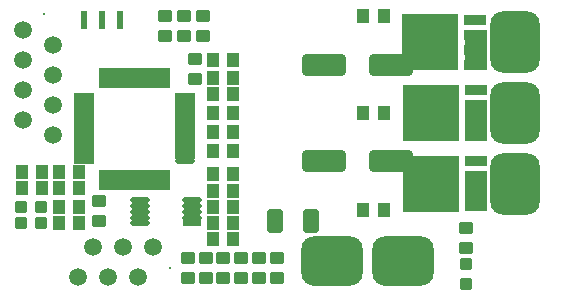
<source format=gts>
G04*
G04 #@! TF.GenerationSoftware,Altium Limited,Altium Designer,18.0.11 (651)*
G04*
G04 Layer_Color=8388736*
%FSLAX43Y43*%
%MOMM*%
G71*
G01*
G75*
%ADD16R,1.900X3.400*%
%ADD17R,1.900X3.500*%
G04:AMPARAMS|DCode=18|XSize=1.2mm|YSize=1.1mm|CornerRadius=0.213mm|HoleSize=0mm|Usage=FLASHONLY|Rotation=90.000|XOffset=0mm|YOffset=0mm|HoleType=Round|Shape=RoundedRectangle|*
%AMROUNDEDRECTD18*
21,1,1.200,0.675,0,0,90.0*
21,1,0.775,1.100,0,0,90.0*
1,1,0.425,0.338,0.388*
1,1,0.425,0.338,-0.388*
1,1,0.425,-0.338,-0.388*
1,1,0.425,-0.338,0.388*
%
%ADD18ROUNDEDRECTD18*%
%ADD19R,0.500X0.500*%
G04:AMPARAMS|DCode=20|XSize=5.2mm|YSize=4.2mm|CornerRadius=1.1mm|HoleSize=0mm|Usage=FLASHONLY|Rotation=270.000|XOffset=0mm|YOffset=0mm|HoleType=Round|Shape=RoundedRectangle|*
%AMROUNDEDRECTD20*
21,1,5.200,2.000,0,0,270.0*
21,1,3.000,4.200,0,0,270.0*
1,1,2.200,-1.000,-1.500*
1,1,2.200,-1.000,1.500*
1,1,2.200,1.000,1.500*
1,1,2.200,1.000,-1.500*
%
%ADD20ROUNDEDRECTD20*%
G04:AMPARAMS|DCode=21|XSize=1.2mm|YSize=1.1mm|CornerRadius=0.213mm|HoleSize=0mm|Usage=FLASHONLY|Rotation=0.000|XOffset=0mm|YOffset=0mm|HoleType=Round|Shape=RoundedRectangle|*
%AMROUNDEDRECTD21*
21,1,1.200,0.675,0,0,0.0*
21,1,0.775,1.100,0,0,0.0*
1,1,0.425,0.388,-0.338*
1,1,0.425,-0.388,-0.338*
1,1,0.425,-0.388,0.338*
1,1,0.425,0.388,0.338*
%
%ADD21ROUNDEDRECTD21*%
G04:AMPARAMS|DCode=22|XSize=5.2mm|YSize=4.2mm|CornerRadius=1.1mm|HoleSize=0mm|Usage=FLASHONLY|Rotation=180.000|XOffset=0mm|YOffset=0mm|HoleType=Round|Shape=RoundedRectangle|*
%AMROUNDEDRECTD22*
21,1,5.200,2.000,0,0,180.0*
21,1,3.000,4.200,0,0,180.0*
1,1,2.200,-1.500,1.000*
1,1,2.200,1.500,1.000*
1,1,2.200,1.500,-1.000*
1,1,2.200,-1.500,-1.000*
%
%ADD22ROUNDEDRECTD22*%
%ADD23O,1.650X0.500*%
%ADD24R,1.650X0.500*%
%ADD25R,1.851X0.810*%
%ADD26R,4.823X4.721*%
G04:AMPARAMS|DCode=27|XSize=1mm|YSize=1mm|CornerRadius=0.2mm|HoleSize=0mm|Usage=FLASHONLY|Rotation=0.000|XOffset=0mm|YOffset=0mm|HoleType=Round|Shape=RoundedRectangle|*
%AMROUNDEDRECTD27*
21,1,1.000,0.600,0,0,0.0*
21,1,0.600,1.000,0,0,0.0*
1,1,0.400,0.300,-0.300*
1,1,0.400,-0.300,-0.300*
1,1,0.400,-0.300,0.300*
1,1,0.400,0.300,0.300*
%
%ADD27ROUNDEDRECTD27*%
G04:AMPARAMS|DCode=28|XSize=3.7mm|YSize=1.8mm|CornerRadius=0.3mm|HoleSize=0mm|Usage=FLASHONLY|Rotation=0.000|XOffset=0mm|YOffset=0mm|HoleType=Round|Shape=RoundedRectangle|*
%AMROUNDEDRECTD28*
21,1,3.700,1.200,0,0,0.0*
21,1,3.100,1.800,0,0,0.0*
1,1,0.600,1.550,-0.600*
1,1,0.600,-1.550,-0.600*
1,1,0.600,-1.550,0.600*
1,1,0.600,1.550,0.600*
%
%ADD28ROUNDEDRECTD28*%
G04:AMPARAMS|DCode=29|XSize=2mm|YSize=1.35mm|CornerRadius=0.244mm|HoleSize=0mm|Usage=FLASHONLY|Rotation=270.000|XOffset=0mm|YOffset=0mm|HoleType=Round|Shape=RoundedRectangle|*
%AMROUNDEDRECTD29*
21,1,2.000,0.863,0,0,270.0*
21,1,1.513,1.350,0,0,270.0*
1,1,0.488,-0.431,-0.756*
1,1,0.488,-0.431,0.756*
1,1,0.488,0.431,0.756*
1,1,0.488,0.431,-0.756*
%
%ADD29ROUNDEDRECTD29*%
G04:AMPARAMS|DCode=30|XSize=1mm|YSize=1mm|CornerRadius=0.2mm|HoleSize=0mm|Usage=FLASHONLY|Rotation=270.000|XOffset=0mm|YOffset=0mm|HoleType=Round|Shape=RoundedRectangle|*
%AMROUNDEDRECTD30*
21,1,1.000,0.600,0,0,270.0*
21,1,0.600,1.000,0,0,270.0*
1,1,0.400,-0.300,-0.300*
1,1,0.400,-0.300,0.300*
1,1,0.400,0.300,0.300*
1,1,0.400,0.300,-0.300*
%
%ADD30ROUNDEDRECTD30*%
%ADD31R,1.700X0.500*%
%ADD32R,0.500X1.700*%
%ADD33O,1.700X0.500*%
%ADD34C,1.500*%
%ADD35C,0.200*%
%ADD36C,4.200*%
D16*
X39650Y8900D02*
D03*
D17*
Y14850D02*
D03*
Y20850D02*
D03*
D18*
X4400Y9125D02*
D03*
X6100D02*
D03*
X1200Y9125D02*
D03*
X2900D02*
D03*
X4400Y7525D02*
D03*
X6100D02*
D03*
X19100Y18475D02*
D03*
X17400D02*
D03*
X31850Y23700D02*
D03*
X30150D02*
D03*
X17425Y4800D02*
D03*
X19125D02*
D03*
X4400Y6150D02*
D03*
X6100D02*
D03*
X31850Y15500D02*
D03*
X30150D02*
D03*
X31850Y7300D02*
D03*
X30150D02*
D03*
X6100Y10500D02*
D03*
X4400D02*
D03*
X1200Y10500D02*
D03*
X2900D02*
D03*
X17400Y12300D02*
D03*
X19100D02*
D03*
X19100Y17125D02*
D03*
X17400D02*
D03*
X19100Y13925D02*
D03*
X17400D02*
D03*
X19125Y10300D02*
D03*
X17425D02*
D03*
X19100Y19975D02*
D03*
X17400D02*
D03*
X19100Y15525D02*
D03*
X17400D02*
D03*
X17425Y8925D02*
D03*
X19125D02*
D03*
X17425Y7550D02*
D03*
X19125D02*
D03*
X19125Y6175D02*
D03*
X17425D02*
D03*
D19*
X6500Y23850D02*
D03*
Y23350D02*
D03*
Y22850D02*
D03*
X8000Y23850D02*
D03*
Y23350D02*
D03*
Y22850D02*
D03*
X9500Y23850D02*
D03*
Y23350D02*
D03*
Y22850D02*
D03*
D20*
X43000Y21500D02*
D03*
X43000Y15500D02*
D03*
X43000Y9500D02*
D03*
D21*
X13350Y23750D02*
D03*
Y22050D02*
D03*
X38875Y5775D02*
D03*
Y4075D02*
D03*
X7775Y8075D02*
D03*
Y6375D02*
D03*
X15850Y20075D02*
D03*
Y18375D02*
D03*
X16550Y22050D02*
D03*
Y23750D02*
D03*
X14950Y22050D02*
D03*
Y23750D02*
D03*
X19825Y1550D02*
D03*
Y3250D02*
D03*
X18300Y3250D02*
D03*
Y1550D02*
D03*
X21325Y3250D02*
D03*
Y1550D02*
D03*
X16825Y1550D02*
D03*
Y3250D02*
D03*
X22825Y1550D02*
D03*
Y3250D02*
D03*
X15325Y3250D02*
D03*
Y1550D02*
D03*
D22*
X33500Y2975D02*
D03*
X27500Y2975D02*
D03*
D23*
X15650Y7150D02*
D03*
Y7650D02*
D03*
Y6650D02*
D03*
Y8150D02*
D03*
X11250Y7150D02*
D03*
Y6650D02*
D03*
Y8150D02*
D03*
Y7650D02*
D03*
Y6150D02*
D03*
D24*
X15650D02*
D03*
D25*
X39650Y10135D02*
D03*
Y11405D02*
D03*
Y7595D02*
D03*
Y8865D02*
D03*
Y17405D02*
D03*
Y16135D02*
D03*
Y14865D02*
D03*
Y13595D02*
D03*
X39618Y23405D02*
D03*
Y22135D02*
D03*
Y20865D02*
D03*
Y19595D02*
D03*
D26*
X35832Y9500D02*
D03*
Y15500D02*
D03*
X35800Y21500D02*
D03*
D27*
X1150Y7525D02*
D03*
X2850D02*
D03*
X1150Y6150D02*
D03*
X2850D02*
D03*
D28*
X32450Y19600D02*
D03*
X26850D02*
D03*
X32450Y11400D02*
D03*
X26850D02*
D03*
D29*
X25675Y6350D02*
D03*
X22675D02*
D03*
D30*
X38875Y2700D02*
D03*
Y1000D02*
D03*
D31*
X15050Y15900D02*
D03*
Y15400D02*
D03*
Y16900D02*
D03*
Y16400D02*
D03*
Y14400D02*
D03*
Y13900D02*
D03*
Y14900D02*
D03*
Y12900D02*
D03*
Y12400D02*
D03*
Y13400D02*
D03*
Y11900D02*
D03*
X6450Y16900D02*
D03*
Y15400D02*
D03*
Y14900D02*
D03*
Y16400D02*
D03*
Y15900D02*
D03*
Y13900D02*
D03*
Y13400D02*
D03*
Y14400D02*
D03*
Y12900D02*
D03*
Y12400D02*
D03*
Y11400D02*
D03*
Y11900D02*
D03*
D32*
X11500Y18450D02*
D03*
X12000D02*
D03*
X10500D02*
D03*
X11000D02*
D03*
X13000D02*
D03*
X13500D02*
D03*
X12500D02*
D03*
X11500Y9850D02*
D03*
X12000D02*
D03*
X11000D02*
D03*
X13000D02*
D03*
X13500D02*
D03*
X12500D02*
D03*
X9500Y18450D02*
D03*
X10000D02*
D03*
X8000D02*
D03*
X9000D02*
D03*
X8500D02*
D03*
X10000Y9850D02*
D03*
X10500D02*
D03*
X9000D02*
D03*
X9500D02*
D03*
X8500D02*
D03*
X8000D02*
D03*
D33*
X15050Y11400D02*
D03*
D34*
X5985Y1650D02*
D03*
X7255Y4190D02*
D03*
X11065Y1650D02*
D03*
X8525D02*
D03*
X12335Y4190D02*
D03*
X9795D02*
D03*
X3840Y21245D02*
D03*
Y18705D02*
D03*
X1300Y22515D02*
D03*
X3840Y16165D02*
D03*
Y13625D02*
D03*
X1300Y19975D02*
D03*
Y14895D02*
D03*
Y17435D02*
D03*
D35*
X13735Y2390D02*
D03*
X3100Y23915D02*
D03*
D36*
X43000Y21500D02*
D03*
X43000Y15500D02*
D03*
X43000Y9500D02*
D03*
X33500Y2975D02*
D03*
X27500Y2975D02*
D03*
M02*

</source>
